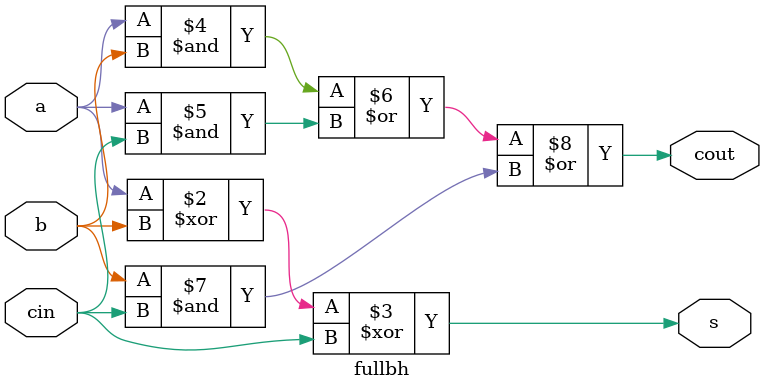
<source format=v>
`timescale 1ns / 1ps


module fullbh(
    input a,b,cin,
    output reg s,cout
    );
    always@(*)
    begin
    s=a^b^cin;
    cout=(a&b)|(a&cin)|(b&cin);
        end
endmodule

</source>
